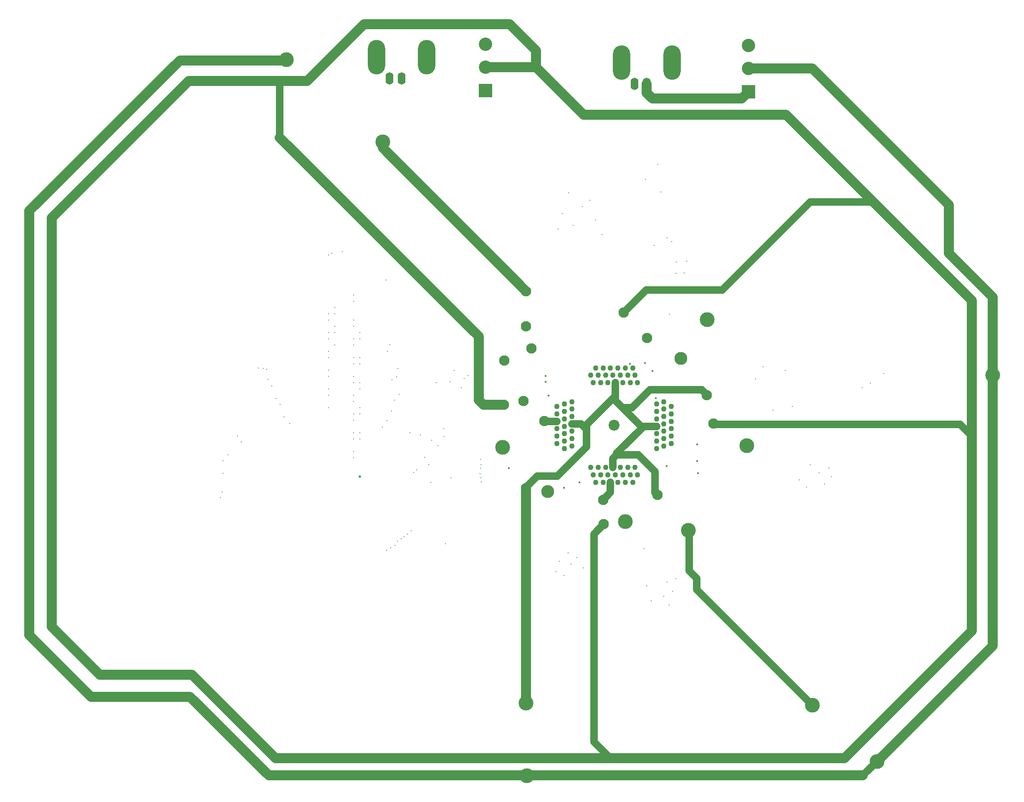
<source format=gbr>
G04 #@! TF.FileFunction,Copper,L3,Inr,Signal*
%FSLAX46Y46*%
G04 Gerber Fmt 4.6, Leading zero omitted, Abs format (unit mm)*
G04 Created by KiCad (PCBNEW 4.0.4-snap1-stable) date Wed Apr 29 16:08:13 2020*
%MOMM*%
%LPD*%
G01*
G04 APERTURE LIST*
%ADD10C,0.100000*%
%ADD11O,3.500120X7.000240*%
%ADD12O,1.600200X2.499360*%
%ADD13C,1.092200*%
%ADD14C,2.209800*%
%ADD15C,2.616200*%
%ADD16C,2.700000*%
%ADD17R,2.700000X2.700000*%
%ADD18C,2.100000*%
%ADD19C,0.500000*%
%ADD20C,3.000000*%
%ADD21C,0.400000*%
%ADD22C,0.300000*%
%ADD23C,2.000000*%
%ADD24C,1.500000*%
G04 APERTURE END LIST*
D10*
D11*
X137392220Y-21116600D03*
X147590320Y-21116600D03*
D12*
X142490000Y-25381260D03*
X139990640Y-25381260D03*
D11*
X187122220Y-22236600D03*
X197320320Y-22236600D03*
D12*
X192220000Y-26501260D03*
X189720640Y-26501260D03*
D13*
X177000000Y-91000000D03*
X175501400Y-91500002D03*
X174002800Y-92000001D03*
X177000000Y-92500000D03*
X175501400Y-93000001D03*
X174002800Y-93500000D03*
X177000000Y-94000002D03*
X175501400Y-94500001D03*
X174002800Y-95000000D03*
X177000000Y-95500001D03*
X175501400Y-96000000D03*
X174002800Y-96500002D03*
X177000000Y-97000001D03*
X175501400Y-97500000D03*
X174002800Y-98000001D03*
X177000000Y-98500000D03*
X175501400Y-99000002D03*
X174002800Y-99500001D03*
X177000000Y-100000000D03*
X175501400Y-100500001D03*
X180847899Y-104347901D03*
X181347901Y-105846501D03*
X181847900Y-107345101D03*
X182347899Y-104347901D03*
X182847900Y-105846501D03*
X183347899Y-107345101D03*
X183847901Y-104347901D03*
X184347900Y-105846501D03*
X184847899Y-107345101D03*
X185347901Y-104347901D03*
X185847900Y-105846501D03*
X186347901Y-107345101D03*
X186847900Y-104347901D03*
X187347899Y-105846501D03*
X187847901Y-107345101D03*
X188347900Y-104347901D03*
X188847901Y-105846501D03*
X189347900Y-107345101D03*
X189847899Y-104347901D03*
X190347901Y-105846501D03*
X194195800Y-100500001D03*
X195694400Y-100000000D03*
X197193000Y-99500001D03*
X194195800Y-99000002D03*
X195694400Y-98500000D03*
X197193000Y-98000001D03*
X194195800Y-97500000D03*
X195694400Y-97000001D03*
X197193000Y-96500002D03*
X194195800Y-96000000D03*
X195694400Y-95500001D03*
X197193000Y-95000000D03*
X194195800Y-94500001D03*
X195694400Y-94000002D03*
X197193000Y-93500000D03*
X194195800Y-93000001D03*
X195694400Y-92500000D03*
X197193000Y-92000001D03*
X194195800Y-91500002D03*
X195694400Y-91000000D03*
X190347901Y-87152101D03*
X189847899Y-85653501D03*
X189347900Y-84154901D03*
X188847901Y-87152101D03*
X188347900Y-85653501D03*
X187847901Y-84154901D03*
X187347899Y-87152101D03*
X186847900Y-85653501D03*
X186347901Y-84154901D03*
X185847899Y-87152101D03*
X185347900Y-85653501D03*
X184847899Y-84154901D03*
X184347900Y-87152101D03*
X183847901Y-85653501D03*
X183347899Y-84154901D03*
X182847900Y-87152101D03*
X182347899Y-85653501D03*
X181847900Y-84154901D03*
X181347901Y-87152101D03*
X180847899Y-85653501D03*
D14*
X185597900Y-95750001D03*
D15*
X172097800Y-109250101D03*
X199098000Y-82249901D03*
D16*
X212850000Y-23420000D03*
D17*
X212850000Y-28120000D03*
D16*
X212850000Y-18720000D03*
X159530000Y-23170000D03*
D17*
X159530000Y-27870000D03*
D16*
X159530000Y-18470000D03*
D18*
X183480000Y-115870000D03*
X205750000Y-95454240D03*
X187550000Y-72910000D03*
X163210000Y-91600000D03*
X171480000Y-94910000D03*
X183400000Y-110900000D03*
X167190000Y-90830000D03*
X167724240Y-75700000D03*
X168830000Y-80180000D03*
X192275760Y-78100000D03*
X163310000Y-82684240D03*
D19*
X133975000Y-106175000D03*
D20*
X162950000Y-100284240D03*
X187870000Y-115330000D03*
X212480000Y-99970000D03*
X204500000Y-74340000D03*
X138640000Y-38280000D03*
X119080000Y-21620000D03*
X167680000Y-152200000D03*
X167920000Y-166860000D03*
D18*
X167680000Y-108550000D03*
X167720000Y-68580000D03*
D20*
X200670000Y-117080000D03*
X238940000Y-164010000D03*
X225810000Y-152610000D03*
X262330000Y-85610000D03*
D18*
X204340000Y-89660000D03*
X194350000Y-109960000D03*
D21*
X171680000Y-85780000D03*
X172260000Y-89790000D03*
D22*
X155940000Y-85730000D03*
X132705000Y-69345000D03*
X130420000Y-60540000D03*
X132705000Y-70615000D03*
X148390000Y-107370000D03*
X158630000Y-107290000D03*
X192145000Y-128385000D03*
X128895000Y-71885000D03*
X197440000Y-129460000D03*
X128895000Y-73155000D03*
X193740000Y-59320000D03*
X127625000Y-73155000D03*
D21*
X164230000Y-104490000D03*
D22*
X127630000Y-61260000D03*
X132705000Y-74425000D03*
X145530000Y-104800000D03*
X158500000Y-104500000D03*
X197280000Y-58540000D03*
X127625000Y-74425000D03*
X128320000Y-60880000D03*
X132705000Y-75695000D03*
X146260000Y-97720000D03*
X151140000Y-98060000D03*
X195690000Y-130500000D03*
X128895000Y-75695000D03*
X155180000Y-86300000D03*
X133975000Y-76965000D03*
X193080000Y-131400000D03*
X128895000Y-76965000D03*
X196310000Y-57800000D03*
X127625000Y-76965000D03*
X154610000Y-88150000D03*
X133975000Y-78235000D03*
X139360000Y-66330000D03*
X132705000Y-78235000D03*
X158560000Y-106420000D03*
X152510000Y-106470000D03*
X183100000Y-57050000D03*
X127625000Y-78235000D03*
X140090000Y-79450000D03*
X132705000Y-79505000D03*
X148020000Y-103780000D03*
X158530000Y-103800000D03*
X128895000Y-79505000D03*
X196790000Y-132300000D03*
X229730000Y-106160000D03*
X113470000Y-84170000D03*
X174220000Y-56020000D03*
X127625000Y-80775000D03*
X153150000Y-84710000D03*
X133975000Y-82045000D03*
X147170000Y-102290000D03*
X158520000Y-102750000D03*
X132705000Y-82045000D03*
X139640000Y-80800000D03*
X177300000Y-55240000D03*
X127625000Y-82045000D03*
D21*
X171690000Y-87000000D03*
D22*
X152320000Y-86950000D03*
X133975000Y-83315000D03*
X141680000Y-84290000D03*
X132705000Y-83315000D03*
X144940000Y-105350000D03*
X158370000Y-105600000D03*
X229160000Y-104540000D03*
X114440000Y-84270000D03*
X115110000Y-84440000D03*
X228240000Y-107720000D03*
X181840000Y-54100000D03*
X127625000Y-84585000D03*
X176290000Y-121730000D03*
X132705000Y-85855000D03*
X141490000Y-85950000D03*
X143710000Y-117880000D03*
X175110000Y-52840000D03*
X127625000Y-85855000D03*
X133975000Y-87125000D03*
X149520000Y-87180000D03*
X178080000Y-122640000D03*
X132705000Y-87125000D03*
X140530000Y-86540000D03*
X143010000Y-118420000D03*
D21*
X202570000Y-105480000D03*
X202430000Y-103100000D03*
X202450000Y-99650000D03*
D22*
X115380000Y-86440000D03*
X227190000Y-105400000D03*
X215820000Y-83920000D03*
X200270000Y-62530000D03*
X198160000Y-62710000D03*
X133975000Y-88395000D03*
X116170000Y-87840000D03*
X225410000Y-103810000D03*
X127625000Y-88395000D03*
X179140000Y-51390000D03*
X174500000Y-123350000D03*
X132705000Y-89665000D03*
X142390000Y-118770000D03*
X141960000Y-89540000D03*
X180670000Y-50150000D03*
X127625000Y-89665000D03*
D21*
X178510000Y-107400000D03*
D22*
X141060000Y-90670000D03*
X141630000Y-119340000D03*
X132705000Y-90935000D03*
X176850000Y-123980000D03*
X224570000Y-108340000D03*
X116980000Y-90360000D03*
D21*
X194070000Y-90270000D03*
D22*
X133975000Y-92205000D03*
X214240000Y-86420000D03*
X199810000Y-64880000D03*
X198120000Y-64970000D03*
D21*
X196210000Y-104070000D03*
D22*
X117810000Y-91580000D03*
X223170000Y-106880000D03*
X176330000Y-48660000D03*
X127625000Y-92205000D03*
X151000000Y-96480000D03*
X133975000Y-93475000D03*
X179340000Y-124750000D03*
X132705000Y-93475000D03*
X140410000Y-92930000D03*
X141120000Y-120170000D03*
X173840000Y-125490000D03*
X132705000Y-94745000D03*
X140280000Y-120700000D03*
X139540000Y-94890000D03*
X118640000Y-94110000D03*
X221690000Y-91990000D03*
X220290000Y-84700000D03*
X119750000Y-95440000D03*
X133975000Y-97285000D03*
X217830000Y-92760000D03*
X144450000Y-117240000D03*
X144170000Y-97320000D03*
D21*
X175390000Y-108490000D03*
D22*
X175430000Y-126230000D03*
X132705000Y-97285000D03*
X138620000Y-96150000D03*
X139440000Y-121190000D03*
X148600000Y-98840000D03*
X133975000Y-98555000D03*
X191670000Y-120810000D03*
X132705000Y-98555000D03*
X151380000Y-119810000D03*
X149810000Y-99900000D03*
X237530000Y-87260000D03*
X109220000Y-98020000D03*
X109990000Y-99200000D03*
X235880000Y-88200000D03*
X132705000Y-101095000D03*
X198080000Y-126900000D03*
X132705000Y-102365000D03*
X196310000Y-127600000D03*
X240310000Y-85310000D03*
X107250000Y-101760000D03*
X195060000Y-48450000D03*
X106270000Y-103000000D03*
X191950000Y-45900000D03*
X106210000Y-105490000D03*
X106050000Y-109360000D03*
X196840000Y-73230000D03*
D21*
X188780000Y-83330000D03*
X191820000Y-83180000D03*
X193330000Y-84750000D03*
D22*
X194440000Y-42830000D03*
X105750000Y-110470000D03*
D23*
X159530000Y-23170000D02*
X169750000Y-23170000D01*
D24*
X181480000Y-158760000D02*
X181480000Y-160070000D01*
X181480000Y-160070000D02*
X184780000Y-163370000D01*
X181480000Y-117870000D02*
X181480000Y-158760000D01*
X183480000Y-115870000D02*
X181480000Y-117870000D01*
X255740000Y-95590000D02*
X258140000Y-97990000D01*
X205885760Y-95590000D02*
X255740000Y-95590000D01*
X205750000Y-95454240D02*
X205885760Y-95590000D01*
X225340000Y-50500000D02*
X238180000Y-50500000D01*
X207500000Y-68340000D02*
X225340000Y-50500000D01*
X192120000Y-68340000D02*
X207500000Y-68340000D01*
X187550000Y-72910000D02*
X192120000Y-68340000D01*
X117800000Y-25910000D02*
X117800000Y-37430000D01*
D23*
X159080000Y-91600000D02*
X163210000Y-91600000D01*
X158150000Y-90670000D02*
X159080000Y-91600000D01*
X158150000Y-77780000D02*
X158150000Y-90670000D01*
X117800000Y-37430000D02*
X158150000Y-77780000D01*
D24*
X171570000Y-95000000D02*
X174002800Y-95000000D01*
X171480000Y-94910000D02*
X171570000Y-95000000D01*
X184847899Y-109452101D02*
X184847899Y-107345101D01*
X183400000Y-110900000D02*
X184847899Y-109452101D01*
D23*
X220470000Y-32790000D02*
X238180000Y-50500000D01*
X179370000Y-32790000D02*
X220470000Y-32790000D01*
X169750000Y-23170000D02*
X179370000Y-32790000D01*
X169770000Y-19790000D02*
X169770000Y-23130000D01*
X164380000Y-14400000D02*
X169770000Y-19790000D01*
X134860000Y-14400000D02*
X164380000Y-14400000D01*
X123350000Y-25910000D02*
X134860000Y-14400000D01*
X99310000Y-25910000D02*
X117800000Y-25910000D01*
X117800000Y-25910000D02*
X123350000Y-25910000D01*
X71550000Y-53670000D02*
X99310000Y-25910000D01*
X71550000Y-136710000D02*
X71550000Y-53670000D01*
X81280000Y-146440000D02*
X71550000Y-136710000D01*
X99970000Y-146440000D02*
X81280000Y-146440000D01*
X116900000Y-163370000D02*
X99970000Y-146440000D01*
X232290000Y-163370000D02*
X184780000Y-163370000D01*
X258140000Y-137520000D02*
X232290000Y-163370000D01*
X258140000Y-97990000D02*
X258140000Y-137520000D01*
X184780000Y-163370000D02*
X116900000Y-163370000D01*
X258140000Y-70460000D02*
X258140000Y-97990000D01*
X238180000Y-50500000D02*
X258140000Y-70460000D01*
D24*
X138640000Y-39500000D02*
X138640000Y-38280000D01*
D23*
X97500000Y-21780000D02*
X118920000Y-21780000D01*
D24*
X118920000Y-21780000D02*
X119080000Y-21620000D01*
D23*
X66980000Y-138350000D02*
X66980000Y-52300000D01*
X66980000Y-52300000D02*
X97500000Y-21780000D01*
X99570000Y-150870000D02*
X79500000Y-150870000D01*
X79500000Y-150870000D02*
X66980000Y-138350000D01*
X167920000Y-166830000D02*
X167920000Y-166860000D01*
X167680000Y-108550000D02*
X167680000Y-152200000D01*
D24*
X167680000Y-108370000D02*
X167680000Y-108550000D01*
X169970000Y-106080000D02*
X167680000Y-108370000D01*
X174070000Y-106080000D02*
X169970000Y-106080000D01*
X179990000Y-100160000D02*
X174070000Y-106080000D01*
X179990000Y-96155000D02*
X179990000Y-100160000D01*
D23*
X167680000Y-152200000D02*
X167750000Y-152270000D01*
X167720000Y-68580000D02*
X138640000Y-39500000D01*
D24*
X202310000Y-126830000D02*
X202310000Y-129110000D01*
X200670000Y-117080000D02*
X200790000Y-117200000D01*
X200790000Y-117200000D02*
X200790000Y-125310000D01*
X200790000Y-125310000D02*
X202310000Y-126830000D01*
X238940000Y-164010000D02*
X238920000Y-163990000D01*
X202310000Y-129110000D02*
X225810000Y-152610000D01*
D23*
X212850000Y-23420000D02*
X225820000Y-23420000D01*
X225820000Y-23420000D02*
X253480000Y-51080000D01*
X253480000Y-51080000D02*
X253480000Y-60900000D01*
X253480000Y-60900000D02*
X262330000Y-69750000D01*
X262330000Y-69750000D02*
X262330000Y-85610000D01*
D24*
X238920000Y-163990000D02*
X236080000Y-166830000D01*
D23*
X236080000Y-166830000D02*
X167920000Y-166830000D01*
X167920000Y-166830000D02*
X115530000Y-166830000D01*
X115530000Y-166830000D02*
X99570000Y-150870000D01*
X262330000Y-85610000D02*
X262330000Y-140580000D01*
X262330000Y-140580000D02*
X238920000Y-163990000D01*
D24*
X187275000Y-92225000D02*
X189225000Y-92225000D01*
X204340000Y-89590000D02*
X204340000Y-89660000D01*
X203370000Y-88620000D02*
X204340000Y-89590000D01*
X192830000Y-88620000D02*
X203370000Y-88620000D01*
X189225000Y-92225000D02*
X192830000Y-88620000D01*
X186110000Y-101760000D02*
X186110000Y-101450000D01*
X186110000Y-101450000D02*
X191560000Y-96000000D01*
X185847899Y-89862101D02*
X185847899Y-90797899D01*
X185847899Y-90797899D02*
X187275000Y-92225000D01*
X187275000Y-92225000D02*
X191050000Y-96000000D01*
X191050000Y-96000000D02*
X191560000Y-96000000D01*
X191560000Y-96000000D02*
X194195800Y-96000000D01*
X185847899Y-87152101D02*
X185847899Y-89862101D01*
X179555000Y-96155000D02*
X179990000Y-96155000D01*
X185847899Y-89862101D02*
X179555000Y-96155000D01*
X194350000Y-109960000D02*
X193880000Y-109490000D01*
X193880000Y-109490000D02*
X193880000Y-105170000D01*
X193880000Y-105170000D02*
X190470000Y-101760000D01*
X190470000Y-101760000D02*
X186110000Y-101760000D01*
X186110000Y-101760000D02*
X185347901Y-102522099D01*
X185347901Y-102522099D02*
X185347901Y-104347901D01*
X177000000Y-95500001D02*
X178900001Y-95500001D01*
X179990000Y-96590000D02*
X179990000Y-96155000D01*
X178900001Y-95500001D02*
X179990000Y-96590000D01*
D23*
X192220000Y-26501260D02*
X192220000Y-28350000D01*
X211490000Y-29480000D02*
X212850000Y-28120000D01*
X193350000Y-29480000D02*
X211490000Y-29480000D01*
X192220000Y-28350000D02*
X193350000Y-29480000D01*
M02*

</source>
